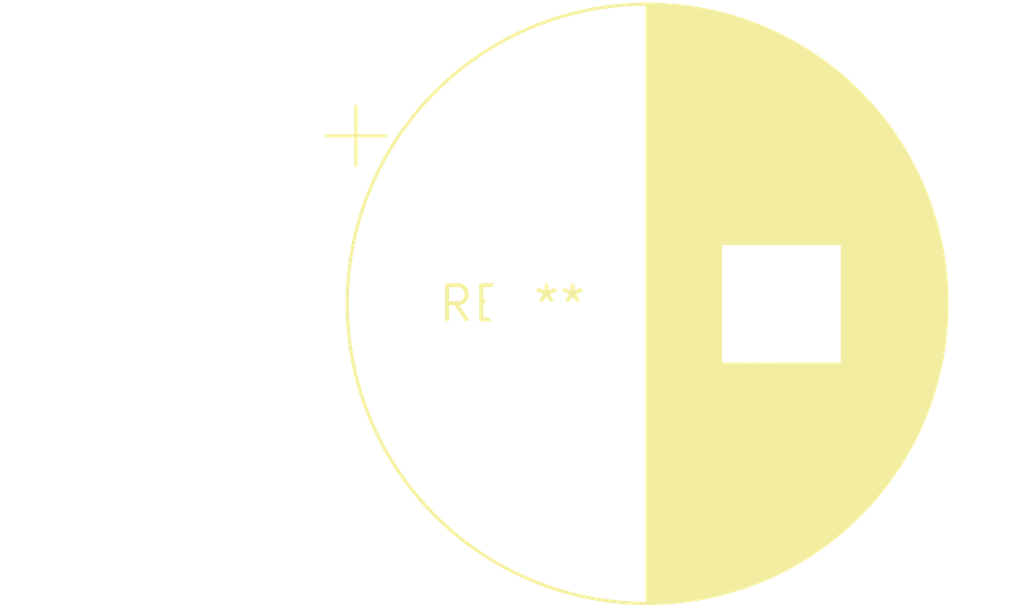
<source format=kicad_pcb>
(kicad_pcb (version 20240108) (generator pcbnew)
  (layers (0 "F.Cu" signal) (31 "B.Cu" signal) (34 "B.Paste" user) (35 "F.Paste" user) (36 "B.SilkS" user "B.Silkscreen") (37 "F.SilkS" user "F.Silkscreen") (38 "B.Mask" user) (39 "F.Mask" user) (44 "Edge.Cuts" user))
  (net 0 "")
  (footprint "CP_Radial_D22.0mm_P10.00mm_SnapIn" (layer "F.Cu") (at 0 0)
    (property "Reference" "REF**")
    (property "Value" "CP_Radial_D22.0mm_P10.00mm_SnapIn")
    (fp_line (start -6.899337 -6.235) (end -4.699337 -6.235) (layer "F.SilkS") (stroke (width 0.12)))
    (fp_line (start -5.799337 -7.335) (end -5.799337 -5.135) (layer "F.SilkS") (stroke (width 0.12)))
    (fp_line (start 5 -11.081) (end 5 11.081) (layer "F.SilkS") (stroke (width 0.12)))
    (fp_line (start 5.04 -11.08) (end 5.04 11.08) (layer "F.SilkS") (stroke (width 0.12)))
    (fp_line (start 5.08 -11.08) (end 5.08 11.08) (layer "F.SilkS") (stroke (width 0.12)))
    (fp_line (start 5.12 -11.08) (end 5.12 11.08) (layer "F.SilkS") (stroke (width 0.12)))
    (fp_line (start 5.16 -11.079) (end 5.16 11.079) (layer "F.SilkS") (stroke (width 0.12)))
    (fp_line (start 5.2 -11.079) (end 5.2 11.079) (layer "F.SilkS") (stroke (width 0.12)))
    (fp_line (start 5.24 -11.078) (end 5.24 11.078) (layer "F.SilkS") (stroke (width 0.12)))
    (fp_line (start 5.28 -11.077) (end 5.28 11.077) (layer "F.SilkS") (stroke (width 0.12)))
    (fp_line (start 5.32 -11.076) (end 5.32 11.076) (layer "F.SilkS") (stroke (width 0.12)))
    (fp_line (start 5.36 -11.075) (end 5.36 11.075) (layer "F.SilkS") (stroke (width 0.12)))
    (fp_line (start 5.4 -11.073) (end 5.4 11.073) (layer "F.SilkS") (stroke (width 0.12)))
    (fp_line (start 5.44 -11.072) (end 5.44 11.072) (layer "F.SilkS") (stroke (width 0.12)))
    (fp_line (start 5.48 -11.07) (end 5.48 11.07) (layer "F.SilkS") (stroke (width 0.12)))
    (fp_line (start 5.52 -11.068) (end 5.52 11.068) (layer "F.SilkS") (stroke (width 0.12)))
    (fp_line (start 5.56 -11.066) (end 5.56 11.066) (layer "F.SilkS") (stroke (width 0.12)))
    (fp_line (start 5.6 -11.064) (end 5.6 11.064) (layer "F.SilkS") (stroke (width 0.12)))
    (fp_line (start 5.64 -11.062) (end 5.64 11.062) (layer "F.SilkS") (stroke (width 0.12)))
    (fp_line (start 5.68 -11.06) (end 5.68 11.06) (layer "F.SilkS") (stroke (width 0.12)))
    (fp_line (start 5.721 -11.057) (end 5.721 11.057) (layer "F.SilkS") (stroke (width 0.12)))
    (fp_line (start 5.761 -11.054) (end 5.761 11.054) (layer "F.SilkS") (stroke (width 0.12)))
    (fp_line (start 5.801 -11.052) (end 5.801 11.052) (layer "F.SilkS") (stroke (width 0.12)))
    (fp_line (start 5.841 -11.049) (end 5.841 11.049) (layer "F.SilkS") (stroke (width 0.12)))
    (fp_line (start 5.881 -11.046) (end 5.881 11.046) (layer "F.SilkS") (stroke (width 0.12)))
    (fp_line (start 5.921 -11.042) (end 5.921 11.042) (layer "F.SilkS") (stroke (width 0.12)))
    (fp_line (start 5.961 -11.039) (end 5.961 11.039) (layer "F.SilkS") (stroke (width 0.12)))
    (fp_line (start 6.001 -11.035) (end 6.001 11.035) (layer "F.SilkS") (stroke (width 0.12)))
    (fp_line (start 6.041 -11.032) (end 6.041 11.032) (layer "F.SilkS") (stroke (width 0.12)))
    (fp_line (start 6.081 -11.028) (end 6.081 11.028) (layer "F.SilkS") (stroke (width 0.12)))
    (fp_line (start 6.121 -11.024) (end 6.121 11.024) (layer "F.SilkS") (stroke (width 0.12)))
    (fp_line (start 6.161 -11.02) (end 6.161 11.02) (layer "F.SilkS") (stroke (width 0.12)))
    (fp_line (start 6.201 -11.016) (end 6.201 11.016) (layer "F.SilkS") (stroke (width 0.12)))
    (fp_line (start 6.241 -11.011) (end 6.241 11.011) (layer "F.SilkS") (stroke (width 0.12)))
    (fp_line (start 6.281 -11.007) (end 6.281 11.007) (layer "F.SilkS") (stroke (width 0.12)))
    (fp_line (start 6.321 -11.002) (end 6.321 11.002) (layer "F.SilkS") (stroke (width 0.12)))
    (fp_line (start 6.361 -10.997) (end 6.361 10.997) (layer "F.SilkS") (stroke (width 0.12)))
    (fp_line (start 6.401 -10.992) (end 6.401 10.992) (layer "F.SilkS") (stroke (width 0.12)))
    (fp_line (start 6.441 -10.987) (end 6.441 10.987) (layer "F.SilkS") (stroke (width 0.12)))
    (fp_line (start 6.481 -10.982) (end 6.481 10.982) (layer "F.SilkS") (stroke (width 0.12)))
    (fp_line (start 6.521 -10.976) (end 6.521 10.976) (layer "F.SilkS") (stroke (width 0.12)))
    (fp_line (start 6.561 -10.971) (end 6.561 10.971) (layer "F.SilkS") (stroke (width 0.12)))
    (fp_line (start 6.601 -10.965) (end 6.601 10.965) (layer "F.SilkS") (stroke (width 0.12)))
    (fp_line (start 6.641 -10.959) (end 6.641 10.959) (layer "F.SilkS") (stroke (width 0.12)))
    (fp_line (start 6.681 -10.953) (end 6.681 10.953) (layer "F.SilkS") (stroke (width 0.12)))
    (fp_line (start 6.721 -10.947) (end 6.721 10.947) (layer "F.SilkS") (stroke (width 0.12)))
    (fp_line (start 6.761 -10.94) (end 6.761 10.94) (layer "F.SilkS") (stroke (width 0.12)))
    (fp_line (start 6.801 -10.934) (end 6.801 10.934) (layer "F.SilkS") (stroke (width 0.12)))
    (fp_line (start 6.841 -10.927) (end 6.841 10.927) (layer "F.SilkS") (stroke (width 0.12)))
    (fp_line (start 6.881 -10.92) (end 6.881 10.92) (layer "F.SilkS") (stroke (width 0.12)))
    (fp_line (start 6.921 -10.913) (end 6.921 10.913) (layer "F.SilkS") (stroke (width 0.12)))
    (fp_line (start 6.961 -10.906) (end 6.961 10.906) (layer "F.SilkS") (stroke (width 0.12)))
    (fp_line (start 7.001 -10.899) (end 7.001 10.899) (layer "F.SilkS") (stroke (width 0.12)))
    (fp_line (start 7.041 -10.892) (end 7.041 10.892) (layer "F.SilkS") (stroke (width 0.12)))
    (fp_line (start 7.081 -10.884) (end 7.081 10.884) (layer "F.SilkS") (stroke (width 0.12)))
    (fp_line (start 7.121 -10.877) (end 7.121 10.877) (layer "F.SilkS") (stroke (width 0.12)))
    (fp_line (start 7.161 -10.869) (end 7.161 10.869) (layer "F.SilkS") (stroke (width 0.12)))
    (fp_line (start 7.201 -10.861) (end 7.201 10.861) (layer "F.SilkS") (stroke (width 0.12)))
    (fp_line (start 7.241 -10.853) (end 7.241 10.853) (layer "F.SilkS") (stroke (width 0.12)))
    (fp_line (start 7.281 -10.844) (end 7.281 10.844) (layer "F.SilkS") (stroke (width 0.12)))
    (fp_line (start 7.321 -10.836) (end 7.321 10.836) (layer "F.SilkS") (stroke (width 0.12)))
    (fp_line (start 7.361 -10.827) (end 7.361 10.827) (layer "F.SilkS") (stroke (width 0.12)))
    (fp_line (start 7.401 -10.818) (end 7.401 10.818) (layer "F.SilkS") (stroke (width 0.12)))
    (fp_line (start 7.441 -10.809) (end 7.441 10.809) (layer "F.SilkS") (stroke (width 0.12)))
    (fp_line (start 7.481 -10.8) (end 7.481 10.8) (layer "F.SilkS") (stroke (width 0.12)))
    (fp_line (start 7.521 -10.791) (end 7.521 10.791) (layer "F.SilkS") (stroke (width 0.12)))
    (fp_line (start 7.561 -10.782) (end 7.561 10.782) (layer "F.SilkS") (stroke (width 0.12)))
    (fp_line (start 7.601 -10.772) (end 7.601 10.772) (layer "F.SilkS") (stroke (width 0.12)))
    (fp_line (start 7.641 -10.763) (end 7.641 10.763) (layer "F.SilkS") (stroke (width 0.12)))
    (fp_line (start 7.681 -10.753) (end 7.681 10.753) (layer "F.SilkS") (stroke (width 0.12)))
    (fp_line (start 7.721 -10.743) (end 7.721 10.743) (layer "F.SilkS") (stroke (width 0.12)))
    (fp_line (start 7.761 -10.733) (end 7.761 -2.24) (layer "F.SilkS") (stroke (width 0.12)))
    (fp_line (start 7.761 2.24) (end 7.761 10.733) (layer "F.SilkS") (stroke (width 0.12)))
    (fp_line (start 7.801 -10.722) (end 7.801 -2.24) (layer "F.SilkS") (stroke (width 0.12)))
    (fp_line (start 7.801 2.24) (end 7.801 10.722) (layer "F.SilkS") (stroke (width 0.12)))
    (fp_line (start 7.841 -10.712) (end 7.841 -2.24) (layer "F.SilkS") (stroke (width 0.12)))
    (fp_line (start 7.841 2.24) (end 7.841 10.712) (layer "F.SilkS") (stroke (width 0.12)))
    (fp_line (start 7.881 -10.701) (end 7.881 -2.24) (layer "F.SilkS") (stroke (width 0.12)))
    (fp_line (start 7.881 2.24) (end 7.881 10.701) (layer "F.SilkS") (stroke (width 0.12)))
    (fp_line (start 7.921 -10.69) (end 7.921 -2.24) (layer "F.SilkS") (stroke (width 0.12)))
    (fp_line (start 7.921 2.24) (end 7.921 10.69) (layer "F.SilkS") (stroke (width 0.12)))
    (fp_line (start 7.961 -10.679) (end 7.961 -2.24) (layer "F.SilkS") (stroke (width 0.12)))
    (fp_line (start 7.961 2.24) (end 7.961 10.679) (layer "F.SilkS") (stroke (width 0.12)))
    (fp_line (start 8.001 -10.668) (end 8.001 -2.24) (layer "F.SilkS") (stroke (width 0.12)))
    (fp_line (start 8.001 2.24) (end 8.001 10.668) (layer "F.SilkS") (stroke (width 0.12)))
    (fp_line (start 8.041 -10.657) (end 8.041 -2.24) (layer "F.SilkS") (stroke (width 0.12)))
    (fp_line (start 8.041 2.24) (end 8.041 10.657) (layer "F.SilkS") (stroke (width 0.12)))
    (fp_line (start 8.081 -10.645) (end 8.081 -2.24) (layer "F.SilkS") (stroke (width 0.12)))
    (fp_line (start 8.081 2.24) (end 8.081 10.645) (layer "F.SilkS") (stroke (width 0.12)))
    (fp_line (start 8.121 -10.634) (end 8.121 -2.24) (layer "F.SilkS") (stroke (width 0.12)))
    (fp_line (start 8.121 2.24) (end 8.121 10.634) (layer "F.SilkS") (stroke (width 0.12)))
    (fp_line (start 8.161 -10.622) (end 8.161 -2.24) (layer "F.SilkS") (stroke (width 0.12)))
    (fp_line (start 8.161 2.24) (end 8.161 10.622) (layer "F.SilkS") (stroke (width 0.12)))
    (fp_line (start 8.201 -10.61) (end 8.201 -2.24) (layer "F.SilkS") (stroke (width 0.12)))
    (fp_line (start 8.201 2.24) (end 8.201 10.61) (layer "F.SilkS") (stroke (width 0.12)))
    (fp_line (start 8.241 -10.598) (end 8.241 -2.24) (layer "F.SilkS") (stroke (width 0.12)))
    (fp_line (start 8.241 2.24) (end 8.241 10.598) (layer "F.SilkS") (stroke (width 0.12)))
    (fp_line (start 8.281 -10.586) (end 8.281 -2.24) (layer "F.SilkS") (stroke (width 0.12)))
    (fp_line (start 8.281 2.24) (end 8.281 10.586) (layer "F.SilkS") (stroke (width 0.12)))
    (fp_line (start 8.321 -10.573) (end 8.321 -2.24) (layer "F.SilkS") (stroke (width 0.12)))
    (fp_line (start 8.321 2.24) (end 8.321 10.573) (layer "F.SilkS") (stroke (width 0.12)))
    (fp_line (start 8.361 -10.561) (end 8.361 -2.24) (layer "F.SilkS") (stroke (width 0.12)))
    (fp_line (start 8.361 2.24) (end 8.361 10.561) (layer "F.SilkS") (stroke (width 0.12)))
    (fp_line (start 8.401 -10.548) (end 8.401 -2.24) (layer "F.SilkS") (stroke (width 0.12)))
    (fp_line (start 8.401 2.24) (end 8.401 10.548) (layer "F.SilkS") (stroke (width 0.12)))
    (fp_line (start 8.441 -10.535) (end 8.441 -2.24) (layer "F.SilkS") (stroke (width 0.12)))
    (fp_line (start 8.441 2.24) (end 8.441 10.535) (layer "F.SilkS") (stroke (width 0.12)))
    (fp_line (start 8.481 -10.522) (end 8.481 -2.24) (layer "F.SilkS") (stroke (width 0.12)))
    (fp_line (start 8.481 2.24) (end 8.481 10.522) (layer "F.SilkS") (stroke (width 0.12)))
    (fp_line (start 8.521 -10.509) (end 8.521 -2.24) (layer "F.SilkS") (stroke (width 0.12)))
    (fp_line (start 8.521 2.24) (end 8.521 10.509) (layer "F.SilkS") (stroke (width 0.12)))
    (fp_line (start 8.561 -10.495) (end 8.561 -2.24) (layer "F.SilkS") (stroke (width 0.12)))
    (fp_line (start 8.561 2.24) (end 8.561 10.495) (layer "F.SilkS") (stroke (width 0.12)))
    (fp_line (start 8.601 -10.482) (end 8.601 -2.24) (layer "F.SilkS") (stroke (width 0.12)))
    (fp_line (start 8.601 2.24) (end 8.601 10.482) (layer "F.SilkS") (stroke (width 0.12)))
    (fp_line (start 8.641 -10.468) (end 8.641 -2.24) (layer "F.SilkS") (stroke (width 0.12)))
    (fp_line (start 8.641 2.24) (end 8.641 10.468) (layer "F.SilkS") (stroke (width 0.12)))
    (fp_line (start 8.681 -10.454) (end 8.681 -2.24) (layer "F.SilkS") (stroke (width 0.12)))
    (fp_line (start 8.681 2.24) (end 8.681 10.454) (layer "F.SilkS") (stroke (width 0.12)))
    (fp_line (start 8.721 -10.44) (end 8.721 -2.24) (layer "F.SilkS") (stroke (width 0.12)))
    (fp_line (start 8.721 2.24) (end 8.721 10.44) (layer "F.SilkS") (stroke (width 0.12)))
    (fp_line (start 8.761 -10.426) (end 8.761 -2.24) (layer "F.SilkS") (stroke (width 0.12)))
    (fp_line (start 8.761 2.24) (end 8.761 10.426) (layer "F.SilkS") (stroke (width 0.12)))
    (fp_line (start 8.801 -10.411) (end 8.801 -2.24) (layer "F.SilkS") (stroke (width 0.12)))
    (fp_line (start 8.801 2.24) (end 8.801 10.411) (layer "F.SilkS") (stroke (width 0.12)))
    (fp_line (start 8.841 -10.396) (end 8.841 -2.24) (layer "F.SilkS") (stroke (width 0.12)))
    (fp_line (start 8.841 2.24) (end 8.841 10.396) (layer "F.SilkS") (stroke (width 0.12)))
    (fp_line (start 8.881 -10.382) (end 8.881 -2.24) (layer "F.SilkS") (stroke (width 0.12)))
    (fp_line (start 8.881 2.24) (end 8.881 10.382) (layer "F.SilkS") (stroke (width 0.12)))
    (fp_line (start 8.921 -10.367) (end 8.921 -2.24) (layer "F.SilkS") (stroke (width 0.12)))
    (fp_line (start 8.921 2.24) (end 8.921 10.367) (layer "F.SilkS") (stroke (width 0.12)))
    (fp_line (start 8.961 -10.351) (end 8.961 -2.24) (layer "F.SilkS") (stroke (width 0.12)))
    (fp_line (start 8.961 2.24) (end 8.961 10.351) (layer "F.SilkS") (stroke (width 0.12)))
    (fp_line (start 9.001 -10.336) (end 9.001 -2.24) (layer "F.SilkS") (stroke (width 0.12)))
    (fp_line (start 9.001 2.24) (end 9.001 10.336) (layer "F.SilkS") (stroke (width 0.12)))
    (fp_line (start 9.041 -10.321) (end 9.041 -2.24) (layer "F.SilkS") (stroke (width 0.12)))
    (fp_line (start 9.041 2.24) (end 9.041 10.321) (layer "F.SilkS") (stroke (width 0.12)))
    (fp_line (start 9.081 -10.305) (end 9.081 -2.24) (layer "F.SilkS") (stroke (width 0.12)))
    (fp_line (start 9.081 2.24) (end 9.081 10.305) (layer "F.SilkS") (stroke (width 0.12)))
    (fp_line (start 9.121 -10.289) (end 9.121 -2.24) (layer "F.SilkS") (stroke (width 0.12)))
    (fp_line (start 9.121 2.24) (end 9.121 10.289) (layer "F.SilkS") (stroke (width 0.12)))
    (fp_line (start 9.161 -10.273) (end 9.161 -2.24) (layer "F.SilkS") (stroke (width 0.12)))
    (fp_line (start 9.161 2.24) (end 9.161 10.273) (layer "F.SilkS") (stroke (width 0.12)))
    (fp_line (start 9.201 -10.257) (end 9.201 -2.24) (layer "F.SilkS") (stroke (width 0.12)))
    (fp_line (start 9.201 2.24) (end 9.201 10.257) (layer "F.SilkS") (stroke (width 0.12)))
    (fp_line (start 9.241 -10.24) (end 9.241 -2.24) (layer "F.SilkS") (stroke (width 0.12)))
    (fp_line (start 9.241 2.24) (end 9.241 10.24) (layer "F.SilkS") (stroke (width 0.12)))
    (fp_line (start 9.281 -10.224) (end 9.281 -2.24) (layer "F.SilkS") (stroke (width 0.12)))
    (fp_line (start 9.281 2.24) (end 9.281 10.224) (layer "F.SilkS") (stroke (width 0.12)))
    (fp_line (start 9.321 -10.207) (end 9.321 -2.24) (layer "F.SilkS") (stroke (width 0.12)))
    (fp_line (start 9.321 2.24) (end 9.321 10.207) (layer "F.SilkS") (stroke (width 0.12)))
    (fp_line (start 9.361 -10.19) (end 9.361 -2.24) (layer "F.SilkS") (stroke (width 0.12)))
    (fp_line (start 9.361 2.24) (end 9.361 10.19) (layer "F.SilkS") (stroke (width 0.12)))
    (fp_line (start 9.401 -10.173) (end 9.401 -2.24) (layer "F.SilkS") (stroke (width 0.12)))
    (fp_line (start 9.401 2.24) (end 9.401 10.173) (layer "F.SilkS") (stroke (width 0.12)))
    (fp_line (start 9.441 -10.156) (end 9.441 -2.24) (layer "F.SilkS") (stroke (width 0.12)))
    (fp_line (start 9.441 2.24) (end 9.441 10.156) (layer "F.SilkS") (stroke (width 0.12)))
    (fp_line (start 9.481 -10.138) (end 9.481 -2.24) (layer "F.SilkS") (stroke (width 0.12)))
    (fp_line (start 9.481 2.24) (end 9.481 10.138) (layer "F.SilkS") (stroke (width 0.12)))
    (fp_line (start 9.521 -10.12) (end 9.521 -2.24) (layer "F.SilkS") (stroke (width 0.12)))
    (fp_line (start 9.521 2.24) (end 9.521 10.12) (layer "F.SilkS") (stroke (width 0.12)))
    (fp_line (start 9.561 -10.103) (end 9.561 -2.24) (layer "F.SilkS") (stroke (width 0.12)))
    (fp_line (start 9.561 2.24) (end 9.561 10.103) (layer "F.SilkS") (stroke (width 0.12)))
    (fp_line (start 9.601 -10.084) (end 9.601 -2.24) (layer "F.SilkS") (stroke (width 0.12)))
    (fp_line (start 9.601 2.24) (end 9.601 10.084) (layer "F.SilkS") (stroke (width 0.12)))
    (fp_line (start 9.641 -10.066) (end 9.641 -2.24) (layer "F.SilkS") (stroke (width 0.12)))
    (fp_line (start 9.641 2.24) (end 9.641 10.066) (layer "F.SilkS") (stroke (width 0.12)))
    (fp_line (start 9.681 -10.048) (end 9.681 -2.24) (layer "F.SilkS") (stroke (width 0.12)))
    (fp_line (start 9.681 2.24) (end 9.681 10.048) (layer "F.SilkS") (stroke (width 0.12)))
    (fp_line (start 9.721 -10.029) (end 9.721 -2.24) (layer "F.SilkS") (stroke (width 0.12)))
    (fp_line (start 9.721 2.24) (end 9.721 10.029) (layer "F.SilkS") (stroke (width 0.12)))
    (fp_line (start 9.761 -10.01) (end 9.761 -2.24) (layer "F.SilkS") (stroke (width 0.12)))
    (fp_line (start 9.761 2.24) (end 9.761 10.01) (layer "F.SilkS") (stroke (width 0.12)))
    (fp_line (start 9.801 -9.991) (end 9.801 -2.24) (layer "F.SilkS") (stroke (width 0.12)))
    (fp_line (start 9.801 2.24) (end 9.801 9.991) (layer "F.SilkS") (stroke (width 0.12)))
    (fp_line (start 9.841 -9.972) (end 9.841 -2.24) (layer "F.SilkS") (stroke (width 0.12)))
    (fp_line (start 9.841 2.24) (end 9.841 9.972) (layer "F.SilkS") (stroke (width 0.12)))
    (fp_line (start 9.881 -9.952) (end 9.881 -2.24) (layer "F.SilkS") (stroke (width 0.12)))
    (fp_line (start 9.881 2.24) (end 9.881 9.952) (layer "F.SilkS") (stroke (width 0.12)))
    (fp_line (start 9.921 -9.933) (end 9.921 -2.24) (layer "F.SilkS") (stroke (width 0.12)))
    (fp_line (start 9.921 2.24) (end 9.921 9.933) (layer "F.SilkS") (stroke (width 0.12)))
    (fp_line (start 9.961 -9.913) (end 9.961 -2.24) (layer "F.SilkS") (stroke (width 0.12)))
    (fp_line (start 9.961 2.24) (end 9.961 9.913) (layer "F.SilkS") (stroke (width 0.12)))
    (fp_line (start 10.001 -9.893) (end 10.001 -2.24) (layer "F.SilkS") (stroke (width 0.12)))
    (fp_line (start 10.001 2.24) (end 10.001 9.893) (layer "F.SilkS") (stroke (width 0.12)))
    (fp_line (start 10.041 -9.873) (end 10.041 -2.24) (layer "F.SilkS") (stroke (width 0.12)))
    (fp_line (start 10.041 2.24) (end 10.041 9.873) (layer "F.SilkS") (stroke (width 0.12)))
    (fp_line (start 10.081 -9.852) (end 10.081 -2.24) (layer "F.SilkS") (stroke (width 0.12)))
    (fp_line (start 10.081 2.24) (end 10.081 9.852) (layer "F.SilkS") (stroke (width 0.12)))
    (fp_line (start 10.121 -9.832) (end 10.121 -2.24) (layer "F.SilkS") (stroke (width 0.12)))
    (fp_line (start 10.121 2.24) (end 10.121 9.832) (layer "F.SilkS") (stroke (width 0.12)))
    (fp_line (start 10.161 -9.811) (end 10.161 -2.24) (layer "F.SilkS") (stroke (width 0.12)))
    (fp_line (start 10.161 2.24) (end 10.161 9.811) (layer "F.SilkS") (stroke (width 0.12)))
    (fp_line (start 10.201 -9.79) (end 10.201 -2.24) (layer "F.SilkS") (stroke (width 0.12)))
    (fp_line (start 10.201 2.24) (end 10.201 9.79) (layer "F.SilkS") (stroke (width 0.12)))
    (fp_line (start 10.241 -9.768) (end 10.241 -2.24) (layer "F.SilkS") (stroke (width 0.12)))
    (fp_line (start 10.241 2.24) (end 10.241 9.768) (layer "F.SilkS") (stroke (width 0.12)))
    (fp_line (start 10.281 -9.747) (end 10.281 -2.24) (layer "F.SilkS") (stroke (width 0.12)))
    (fp_line (start 10.281 2.24) (end 10.281 9.747) (layer "F.SilkS") (stroke (width 0.12)))
    (fp_line (start 10.321 -9.725) (end 10.321 -2.24) (layer "F.SilkS") (stroke (width 0.12)))
    (fp_line (start 10.321 2.24) (end 10.321 9.725) (layer "F.SilkS") (stroke (width 0.12)))
    (fp_line (start 10.361 -9.703) (end 10.361 -2.24) (layer "F.SilkS") (stroke (width 0.12)))
    (fp_line (start 10.361 2.24) (end 10.361 9.703) (layer "F.SilkS") (stroke (width 0.12)))
    (fp_line (start 10.401 -9.681) (end 10.401 -2.24) (layer "F.SilkS") (stroke (width 0.12)))
    (fp_line (start 10.401 2.24) (end 10.401 9.681) (layer "F.SilkS") (stroke (width 0.12)))
    (fp_line (start 10.441 -9.659) (end 10.441 -2.24) (layer "F.SilkS") (stroke (width 0.12)))
    (fp_line (start 10.441 2.24) (end 10.441 9.659) (layer "F.SilkS") (stroke (width 0.12)))
    (fp_line (start 10.481 -9.636) (end 10.481 -2.24) (layer "F.SilkS") (stroke (width 0.12)))
    (fp_line (start 10.481 2.24) (end 10.481 9.636) (layer "F.SilkS") (stroke (width 0.12)))
    (fp_line (start 10.521 -9.614) (end 10.521 -2.24) (layer "F.SilkS") (stroke (width 0.12)))
    (fp_line (start 10.521 2.24) (end 10.521 9.614) (layer "F.SilkS") (stroke (width 0.12)))
    (fp_line (start 10.561 -9.591) (end 10.561 -2.24) (layer "F.SilkS") (stroke (width 0.12)))
    (fp_line (start 10.561 2.24) (end 10.561 9.591) (layer "F.SilkS") (stroke (width 0.12)))
    (fp_line (start 10.601 -9.567) (end 10.601 -2.24) (layer "F.SilkS") (stroke (width 0.12)))
    (fp_line (start 10.601 2.24) (end 10.601 9.567) (layer "F.SilkS") (stroke (width 0.12)))
    (fp_line (start 10.641 -9.544) (end 10.641 -2.24) (layer "F.SilkS") (stroke (width 0.12)))
    (fp_line (start 10.641 2.24) (end 10.641 9.544) (layer "F.SilkS") (stroke (width 0.12)))
    (fp_line (start 10.681 -9.52) (end 10.681 -2.24) (layer "F.SilkS") (stroke (width 0.12)))
    (fp_line (start 10.681 2.24) (end 10.681 9.52) (layer "F.SilkS") (stroke (width 0.12)))
    (fp_line (start 10.721 -9.497) (end 10.721 -2.24) (layer "F.SilkS") (stroke (width 0.12)))
    (fp_line (start 10.721 2.24) (end 10.721 9.497) (layer "F.SilkS") (stroke (width 0.12)))
    (fp_line (start 10.761 -9.472) (end 10.761 -2.24) (layer "F.SilkS") (stroke (width 0.12)))
    (fp_line (start 10.761 2.24) (end 10.761 9.472) (layer "F.SilkS") (stroke (width 0.12)))
    (fp_line (start 10.801 -9.448) (end 10.801 -2.24) (layer "F.SilkS") (stroke (width 0.12)))
    (fp_line (start 10.801 2.24) (end 10.801 9.448) (layer "F.SilkS") (stroke (width 0.12)))
    (fp_line (start 10.841 -9.424) (end 10.841 -2.24) (layer "F.SilkS") (stroke (width 0.12)))
    (fp_line (start 10.841 2.24) (end 10.841 9.424) (layer "F.SilkS") (stroke (width 0.12)))
    (fp_line (start 10.881 -9.399) (end 10.881 -2.24) (layer "F.SilkS") (stroke (width 0.12)))
    (fp_line (start 10.881 2.24) (end 10.881 9.399) (layer "F.SilkS") (stroke (width 0.12)))
    (fp_line (start 10.921 -9.374) (end 10.921 -2.24) (layer "F.SilkS") (stroke (width 0.12)))
    (fp_line (start 10.921 2.24) (end 10.921 9.374) (layer "F.SilkS") (stroke (width 0.12)))
    (fp_line (start 10.961 -9.348) (end 10.961 -2.24) (layer "F.SilkS") (stroke (width 0.12)))
    (fp_line (start 10.961 2.24) (end 10.961 9.348) (layer "F.SilkS") (stroke (width 0.12)))
    (fp_line (start 11.001 -9.323) (end 11.001 -2.24) (layer "F.SilkS") (stroke (width 0.12)))
    (fp_line (start 11.001 2.24) (end 11.001 9.323) (layer "F.SilkS") (stroke (width 0.12)))
    (fp_line (start 11.041 -9.297) (end 11.041 -2.24) (layer "F.SilkS") (stroke (width 0.12)))
    (fp_line (start 11.041 2.24) (end 11.041 9.297) (layer "F.SilkS") (stroke (width 0.12)))
    (fp_line (start 11.081 -9.271) (end 11.081 -2.24) (layer "F.SilkS") (stroke (width 0.12)))
    (fp_line (start 11.081 2.24) (end 11.081 9.271) (layer "F.SilkS") (stroke (width 0.12)))
    (fp_line (start 11.121 -9.245) (end 11.121 -2.24) (layer "F.SilkS") (stroke (width 0.12)))
    (fp_line (start 11.121 2.24) (end 11.121 9.245) (layer "F.SilkS") (stroke (width 0.12)))
    (fp_line (start 11.161 -9.218) (end 11.161 -2.24) (layer "F.SilkS") (stroke (width 0.12)))
    (fp_line (start 11.161 2.24) (end 11.161 9.218) (layer "F.SilkS") (stroke (width 0.12)))
    (fp_line (start 11.201 -9.192) (end 11.201 -2.24) (layer "F.SilkS") (stroke (width 0.12)))
    (fp_line (start 11.201 2.24) (end 11.201 9.192) (layer "F.SilkS") (stroke (width 0.12)))
    (fp_line (start 11.241 -9.165) (end 11.241 -2.24) (layer "F.SilkS") (stroke (width 0.12)))
    (fp_line (start 11.241 2.24) (end 11.241 9.165) (layer "F.SilkS") (stroke (width 0.12)))
    (fp_line (start 11.281 -9.137) (end 11.281 -2.24) (layer "F.SilkS") (stroke (width 0.12)))
    (fp_line (start 11.281 2.24) (end 11.281 9.137) (layer "F.SilkS") (stroke (width 0.12)))
    (fp_line (start 11.321 -9.11) (end 11.321 -2.24) (layer "F.SilkS") (stroke (width 0.12)))
    (fp_line (start 11.321 2.24) (end 11.321 9.11) (layer "F.SilkS") (stroke (width 0.12)))
    (fp_line (start 11.361 -9.082) (end 11.361 -2.24) (layer "F.SilkS") (stroke (width 0.12)))
    (fp_line (start 11.361 2.24) (end 11.361 9.082) (layer "F.SilkS") (stroke (width 0.12)))
    (fp_line (start 11.401 -9.054) (end 11.401 -2.24) (layer "F.SilkS") (stroke (width 0.12)))
    (fp_line (start 11.401 2.24) (end 11.401 9.054) (layer "F.SilkS") (stroke (width 0.12)))
    (fp_line (start 11.441 -9.026) (end 11.441 -2.24) (layer "F.SilkS") (stroke (width 0.12)))
    (fp_line (start 11.441 2.24) (end 11.441 9.026) (layer "F.SilkS") (stroke (width 0.12)))
    (fp_line (start 11.481 -8.997) (end 11.481 -2.24) (layer "F.SilkS") (stroke (width 0.12)))
    (fp_line (start 11.481 2.24) (end 11.481 8.997) (layer "F.SilkS") (stroke (width 0.12)))
    (fp_line (start 11.521 -8.968) (end 11.521 -2.24) (layer "F.SilkS") (stroke (width 0.12)))
    (fp_line (start 11.521 2.24) (end 11.521 8.968) (layer "F.SilkS") (stroke (width 0.12)))
    (fp_line (start 11.561 -8.939) (end 11.561 -2.24) (layer "F.SilkS") (stroke (width 0.12)))
    (fp_line (start 11.561 2.24) (end 11.561 8.939) (layer "F.SilkS") (stroke (width 0.12)))
    (fp_line (start 11.601 -8.91) (end 11.601 -2.24) (layer "F.SilkS") (stroke (width 0.12)))
    (fp_line (start 11.601 2.24) (end 11.601 8.91) (layer "F.SilkS") (stroke (width 0.12)))
    (fp_line (start 11.641 -8.88) (end 11.641 -2.24) (layer "F.SilkS") (stroke (width 0.12)))
    (fp_line (start 11.641 2.24) (end 11.641 8.88) (layer "F.SilkS") (stroke (width 0.12)))
    (fp_line (start 11.681 -8.85) (end 11.681 -2.24) (layer "F.SilkS") (stroke (width 0.12)))
    (fp_line (start 11.681 2.24) (end 11.681 8.85) (layer "F.SilkS") (stroke (width 0.12)))
    (fp_line (start 11.721 -8.82) (end 11.721 -2.24) (layer "F.SilkS") (stroke (width 0.12)))
    (fp_line (start 11.721 2.24) (end 11.721 8.82) (layer "F.SilkS") (stroke (width 0.12)))
    (fp_line (start 11.761 -8.79) (end 11.761 -2.24) (layer "F.SilkS") (stroke (width 0.12)))
    (fp_line (start 11.761 2.24) (end 11.761 8.79) (layer "F.SilkS") (stroke (width 0.12)))
    (fp_line (start 11.801 -8.759) (end 11.801 -2.24) (layer "F.SilkS") (stroke (width 0.12)))
    (fp_line (start 11.801 2.24) (end 11.801 8.759) (layer "F.SilkS") (stroke (width 0.12)))
    (fp_line (start 11.841 -8.728) (end 11.841 -2.24) (layer "F.SilkS") (stroke (width 0.12)))
    (fp_line (start 11.841 2.24) (end 11.841 8.728) (layer "F.SilkS") (stroke (width 0.12)))
    (fp_line (start 11.881 -8.697) (end 11.881 -2.24) (layer "F.SilkS") (stroke (width 0.12)))
    (fp_line (start 11.881 2.24) (end 11.881 8.697) (layer "F.SilkS") (stroke (width 0.12)))
    (fp_line (start 11.921 -8.665) (end 11.921 -2.24) (layer "F.SilkS") (stroke (width 0.12)))
    (fp_line (start 11.921 2.24) (end 11.921 8.665) (layer "F.SilkS") (stroke (width 0.12)))
    (fp_line (start 11.961 -8.633) (end 11.961 -2.24) (layer "F.SilkS") (stroke (width 0.12)))
    (fp_line (start 11.961 2.24) (end 11.961 8.633) (layer "F.SilkS") (stroke (width 0.12)))
    (fp_line (start 12.001 -8.601) (end 12.001 -2.24) (layer "F.SilkS") (stroke (width 0.12)))
    (fp_line (start 12.001 2.24) (end 12.001 8.601) (layer "F.SilkS") (stroke (width 0.12)))
    (fp_line (start 12.041 -8.568) (end 12.041 -2.24) (layer "F.SilkS") (stroke (width 0.12)))
    (fp_line (start 12.041 2.24) (end 12.041 8.568) (layer "F.SilkS") (stroke (width 0.12)))
    (fp_line (start 12.081 -8.535) (end 12.081 -2.24) (layer "F.SilkS") (stroke (width 0.12)))
    (fp_line (start 12.081 2.24) (end 12.081 8.535) (layer "F.SilkS") (stroke (width 0.12)))
    (fp_line (start 12.121 -8.502) (end 12.121 -2.24) (layer "F.SilkS") (stroke (width 0.12)))
    (fp_line (start 12.121 2.24) (end 12.121 8.502) (layer "F.SilkS") (stroke (width 0.12)))
    (fp_line (start 12.161 -8.469) (end 12.161 -2.24) (layer "F.SilkS") (stroke (width 0.12)))
    (fp_line (start 12.161 2.24) (end 12.161 8.469) (layer "F.SilkS") (stroke (width 0.12)))
    (fp_line (start 12.201 -8.435) (end 12.201 -2.24) (layer "F.SilkS") (stroke (width 0.12)))
    (fp_line (start 12.201 2.24) (end 12.201 8.435) (layer "F.SilkS") (stroke (width 0.12)))
    (fp_line (start 12.241 -8.401) (end 12.241 8.401) (layer "F.SilkS") (stroke (width 0.12)))
    (fp_line (start 12.281 -8.366) (end 12.281 8.366) (layer "F.SilkS") (stroke (width 0.12)))
    (fp_line (start 12.321 -8.331) (end 12.321 8.331) (layer "F.SilkS") (stroke (width 0.12)))
    (fp_line (start 12.361 -8.296) (end 12.361 8.296) (layer "F.SilkS") (stroke (width 0.12)))
    (fp_line (start 12.401 -8.261) (end 12.401 8.261) (layer "F.SilkS") (stroke (width 0.12)))
    (fp_line (start 12.441 -8.225) (end 12.441 8.225) (layer "F.SilkS") (stroke (width 0.12)))
    (fp_line (start 12.481 -8.189) (end 12.481 8.189) (layer "F.SilkS") (stroke (width 0.12)))
    (fp_line (start 12.521 -8.152) (end 12.521 8.152) (layer "F.SilkS") (stroke (width 0.12)))
    (fp_line (start 12.561 -8.115) (end 12.561 8.115) (layer "F.SilkS") (stroke (width 0.12)))
    (fp_line (start 12.601 -8.078) (end 12.601 8.078) (layer "F.SilkS") (stroke (width 0.12)))
    (fp_line (start 12.641 -8.04) (end 12.641 8.04) (layer "F.SilkS") (stroke (width 0.12)))
    (fp_line (start 12.681 -8.002) (end 12.681 8.002) (layer "F.SilkS") (stroke (width 0.12)))
    (fp_line (start 12.721 -7.964) (end 12.721 7.964) (layer "F.SilkS") (stroke (width 0.12)))
    (fp_line (start 12.761 -7.925) (end 12.761 7.925) (layer "F.SilkS") (stroke (width 0.12)))
    (fp_line (start 12.801 -7.886) (end 12.801 7.886) (layer "F.SilkS") (stroke (width 0.12)))
    (fp_line (start 12.841 -7.846) (end 12.841 7.846) (layer "F.SilkS") (stroke (width 0.12)))
    (fp_line (start 12.881 -7.807) (end 12.881 7.807) (layer "F.SilkS") (stroke (width 0.12)))
    (fp_line (start 12.921 -7.766) (end 12.921 7.766) (layer "F.SilkS") (stroke (width 0.12)))
    (fp_line (start 12.961 -7.725) (end 12.961 7.725) (layer "F.SilkS") (stroke (width 0.12)))
    (fp_line (start 13.001 -7.684) (end 13.001 7.684) (layer "F.SilkS") (stroke (width 0.12)))
    (fp_line (start 13.041 -7.642) (end 13.041 7.642) (layer "F.SilkS") (stroke (width 0.12)))
    (fp_line (start 13.081 -7.6) (end 13.081 7.6) (layer "F.SilkS") (stroke (width 0.12)))
    (fp_line (start 13.121 -7.558) (end 13.121 7.558) (layer "F.SilkS") (stroke (width 0.12)))
    (fp_line (start 13.161 -7.515) (end 13.161 7.515) (layer "F.SilkS") (stroke (width 0.12)))
    (fp_line (start 13.2 -7.471) (end 13.2 7.471) (layer "F.SilkS") (stroke (width 0.12)))
    (fp_line (start 13.24 -7.428) (end 13.24 7.428) (layer "F.SilkS") (stroke (width 0.12)))
    (fp_line (start 13.28 -7.383) (end 13.28 7.383) (layer "F.SilkS") (stroke (width 0.12)))
    (fp_line (start 13.32 -7.338) (end 13.32 7.338) (layer "F.SilkS") (stroke (width 0.12)))
    (fp_line (start 13.36 -7.293) (end 13.36 7.293) (layer "F.SilkS") (stroke (width 0.12)))
    (fp_line (start 13.4 -7.247) (end 13.4 7.247) (layer "F.SilkS") (stroke (width 0.12)))
    (fp_line (start 13.44 -7.201) (end 13.44 7.201) (layer "F.SilkS") (stroke (width 0.12)))
    (fp_line (start 13.48 -7.154) (end 13.48 7.154) (layer "F.SilkS") (stroke (width 0.12)))
    (fp_line (start 13.52 -7.106) (end 13.52 7.106) (layer "F.SilkS") (stroke (width 0.12)))
    (fp_line (start 13.56 -7.058) (end 13.56 7.058) (layer "F.SilkS") (stroke (width 0.12)))
    (fp_line (start 13.6 -7.01) (end 13.6 7.01) (layer "F.SilkS") (stroke (width 0.12)))
    (fp_line (start 13.64 -6.961) (end 13.64 6.961) (layer "F.SilkS") (stroke (width 0.12)))
    (fp_line (start 13.68 -6.911) (end 13.68 6.911) (layer "F.SilkS") (stroke (width 0.12)))
    (fp_line (start 13.72 -6.861) (end 13.72 6.861) (layer "F.SilkS") (stroke (width 0.12)))
    (fp_line (start 13.76 -6.81) (end 13.76 6.81) (layer "F.SilkS") (stroke (width 0.12)))
    (fp_line (start 13.8 -6.759) (end 13.8 6.759) (layer "F.SilkS") (stroke (width 0.12)))
    (fp_line (start 13.84 -6.707) (end 13.84 6.707) (layer "F.SilkS") (stroke (width 0.12)))
    (fp_line (start 13.88 -6.654) (end 13.88 6.654) (layer "F.SilkS") (stroke (width 0.12)))
    (fp_line (start 13.92 -6.6) (end 13.92 6.6) (layer "F.SilkS") (stroke (width 0.12)))
    (fp_line (start 13.96 -6.546) (end 13.96 6.546) (layer "F.SilkS") (stroke (width 0.12)))
    (fp_line (start 14 -6.492) (end 14 6.492) (layer "F.SilkS") (stroke (width 0.12)))
    (fp_line (start 14.04 -6.436) (end 14.04 6.436) (layer "F.SilkS") (stroke (width 0.12)))
    (fp_line (start 14.08 -6.38) (end 14.08 6.38) (layer "F.SilkS") (stroke (width 0.12)))
    (fp_line (start 14.12 -6.323) (end 14.12 6.323) (layer "F.SilkS") (stroke (width 0.12)))
    (fp_line (start 14.16 -6.265) (end 14.16 6.265) (layer "F.SilkS") (stroke (width 0.12)))
    (fp_line (start 14.2 -6.207) (end 14.2 6.207) (layer "F.SilkS") (stroke (width 0.12)))
    (fp_line (start 14.24 -6.147) (end 14.24 6.147) (layer "F.SilkS") (stroke (width 0.12)))
    (fp_line (start 14.28 -6.087) (end 14.28 6.087) (layer "F.SilkS") (stroke (width 0.12)))
    (fp_line (start 14.32 -6.026) (end 14.32 6.026) (layer "F.SilkS") (stroke (width 0.12)))
    (fp_line (start 14.36 -5.964) (end 14.36 5.964) (layer "F.SilkS") (stroke (width 0.12)))
    (fp_line (start 14.4 -5.901) (end 14.4 5.901) (layer "F.SilkS") (stroke (width 0.12)))
    (fp_line (start 14.44 -5.838) (end 14.44 5.838) (layer "F.SilkS") (stroke (width 0.12)))
    (fp_line (start 14.48 -5.773) (end 14.48 5.773) (layer "F.SilkS") (stroke (width 0.12)))
    (fp_line (start 14.52 -5.707) (end 14.52 5.707) (layer "F.SilkS") (stroke (width 0.12)))
    (fp_line (start 14.56 -5.64) (end 14.56 5.64) (layer "F.SilkS") (stroke (width 0.12)))
    (fp_line (start 14.6 -5.572) (end 14.6 5.572) (layer "F.SilkS") (stroke (width 0.12)))
    (fp_line (start 14.64 -5.503) (end 14.64 5.503) (layer "F.SilkS") (stroke (width 0.12)))
    (fp_line (start 14.68 -5.433) (end 14.68 5.433) (layer "F.SilkS") (stroke (width 0.12)))
    (fp_line (start 14.72 -5.362) (end 14.72 5.362) (layer "F.SilkS") (stroke (width 0.12)))
    (fp_line (start 14.76 -5.289) (end 14.76 5.289) (layer "F.SilkS") (stroke (width 0.12)))
    (fp_line (start 14.8 -5.215) (end 14.8 5.215) (layer "F.SilkS") (stroke (width 0.12)))
    (fp_line (start 14.84 -5.14) (end 14.84 5.14) (layer "F.SilkS") (stroke (width 0.12)))
    (fp_line (start 14.88 -5.063) (end 14.88 5.063) (layer "F.SilkS") (stroke (width 0.12)))
    (fp_line (start 14.92 -4.985) (end 14.92 4.985) (layer "F.SilkS") (stroke (width 0.12)))
    (fp_line (start 14.96 -4.905) (end 14.96 4.905) (layer "F.SilkS") (stroke (width 0.12)))
    (fp_line (start 15 -4.824) (end 15 4.824) (layer "F.SilkS") (stroke (width 0.12)))
    (fp_line (start 15.04 -4.741) (end 15.04 4.741) (layer "F.SilkS") (stroke (width 0.12)))
    (fp_line (start 15.08 -4.656) (end 15.08 4.656) (layer "F.SilkS") (stroke (width 0.12)))
    (fp_line (start 15.12 -4.569) (end 15.12 4.569) (layer "F.SilkS") (stroke (width 0.12)))
    (fp_line (start 15.16 -4.48) (end 15.16 4.48) (layer "F.SilkS") (stroke (width 0.12)))
    (fp_line (start 15.2 -4.389) (end 15.2 4.389) (layer "F.SilkS") (stroke (width 0.12)))
    (fp_line (start 15.24 -4.296) (end 15.24 4.296) (layer "F.SilkS") (stroke (width 0.12)))
    (fp_line (start 15.28 -4.2) (end 15.28 4.2) (layer "F.SilkS") (stroke (width 0.12)))
    (fp_line (start 15.32 -4.102) (end 15.32 4.102) (layer "F.SilkS") (stroke (width 0.12)))
    (fp_line (start 15.36 -4.001) (end 15.36 4.001) (layer "F.SilkS") (stroke (width 0.12)))
    (fp_line (start 15.4 -3.897) (end 15.4 3.897) (layer "F.SilkS") (stroke (width 0.12)))
    (fp_line (start 15.44 -3.789) (end 15.44 3.789) (layer "F.SilkS") (stroke (width 0.12)))
    (fp_line (start 15.48 -3.679) (end 15.48 3.679) (layer "F.SilkS") (stroke (width 0.12)))
    (fp_line (start 15.52 -3.564) (end 15.52 3.564) (layer "F.SilkS") (stroke (width 0.12)))
    (fp_line (start 15.56 -3.445) (end 15.56 3.445) (layer "F.SilkS") (stroke (width 0.12)))
    (fp_line (start 15.6 -3.321) (end 15.6 3.321) (layer "F.SilkS") (stroke (width 0.12)))
    (fp_line (start 15.64 -3.192) (end 15.64 3.192) (layer "F.SilkS") (stroke (width 0.12)))
    (fp_line (start 15.68 -3.058) (end 15.68 3.058) (layer "F.SilkS") (stroke (width 0.12)))
    (fp_line (start 15.72 -2.916) (end 15.72 2.916) (layer "F.SilkS") (stroke (width 0.12)))
    (fp_line (start 15.76 -2.767) (end 15.76 2.767) (layer "F.SilkS") (stroke (width 0.12)))
    (fp_line (start 15.8 -2.609) (end 15.8 2.609) (layer "F.SilkS") (stroke (width 0.12)))
    (fp_line (start 15.84 -2.44) (end 15.84 2.44) (layer "F.SilkS") (stroke (width 0.12)))
    (fp_line (start 15.88 -2.258) (end 15.88 2.258) (layer "F.SilkS") (stroke (width 0.12)))
    (fp_line (start 15.92 -2.06) (end 15.92 2.06) (layer "F.SilkS") (stroke (width 0.12)))
    (fp_line (start 15.96 -1.84) (end 15.96 1.84) (layer "F.SilkS") (stroke (width 0.12)))
    (fp_line (start 16 -1.59) (end 16 1.59) (layer "F.SilkS") (stroke (width 0.12)))
    (fp_line (start 16.04 -1.292) (end 16.04 1.292) (layer "F.SilkS") (stroke (width 0.12)))
    (fp_line (start 16.08 -0.903) (end 16.08 0.903) (layer "F.SilkS") (stroke (width 0.12)))
    (fp_line (start 16.12 -0.04) (end 16.12 0.04) (layer "F.SilkS") (stroke (width 0.12)))
    (fp_circle (center 5 0) (end 16.12 0) (layer "F.SilkS") (stroke (width 0.12)) (fill none))
    (pad "1" thru_hole rect (at 0 0) (size 4 4) (drill 2) (layers *.Cu *.Mask) (remove_unused_layers))
    (pad "2" thru_hole circle (at 10 0) (size 4 4) (drill 2) (layers *.Cu *.Mask) (remove_unused_layers))
  )
)
</source>
